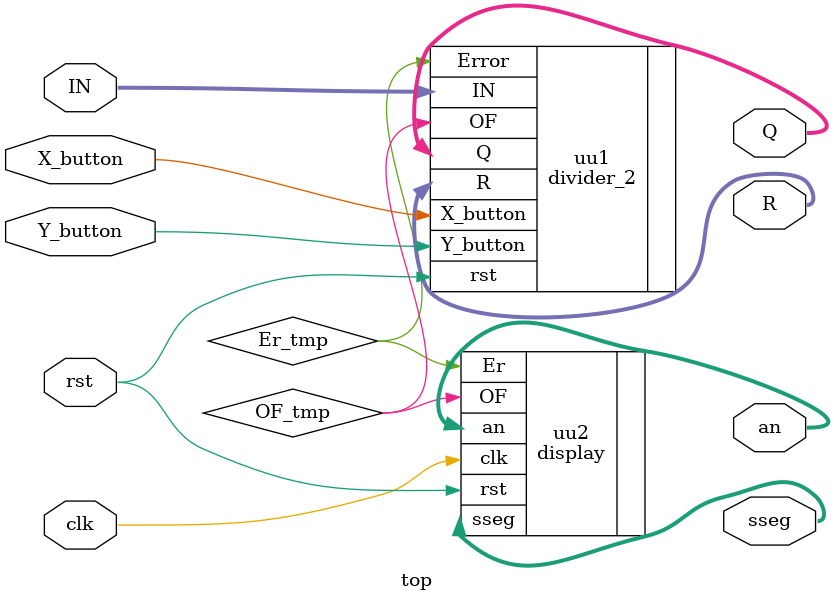
<source format=v>
`timescale 1ns / 1ps
module top(
    input wire clk,
    input wire[16:1] IN,
    input wire X_button,Y_button,
    input wire rst,
    
    output [8:1]Q,R,
    output [7:0]an,
    output [6:0]sseg
    );
    
    wire OF_tmp;
    wire Er_tmp;
    
    divider_2 uu1(
        .IN(IN),
        .X_button(X_button),
        .Y_button(Y_button),
        .rst(rst),
        
        .Q(Q),
        .R(R),
        .OF(OF_tmp),
        .Error(Er_tmp)
    );
    display uu2(
        .clk(clk),
        .OF(OF_tmp),
        .Er(Er_tmp),
        .rst(rst),
        
        .an(an),
        .sseg(sseg)
    );
endmodule

</source>
